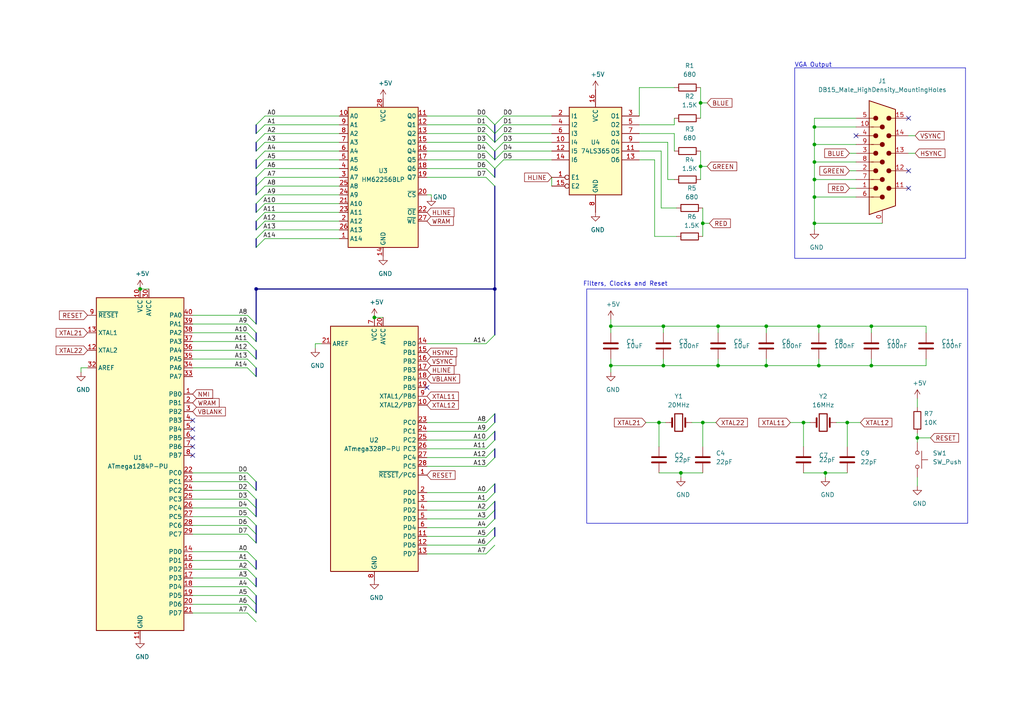
<source format=kicad_sch>
(kicad_sch (version 20200714) (host eeschema "(5.99.0-2358-g6d8fb94d8)")
  (page 1 1)
  (paper "A4")
  (lib_symbols
    (symbol "74xx:74LS365"
      (property "Reference" "U" (at -7.62 13.97 0))
      (property "Value" "74LS365" (at -7.62 -13.97 0))
      (symbol "74LS365_1_1"
        (rectangle (start -7.62 12.7) (end 7.62 -12.7) (stroke (width 0.254)) (fill (type background)))
      )
      (symbol "74LS365_1_0"
        (pin input inverted (at -12.7 -7.62 0) (length 5.08) (name "E1") (number "1"))
        (pin input line (at -12.7 2.54 0) (length 5.08) (name "I4") (number "10"))
        (pin tri_state line (at 12.7 0 180) (length 5.08) (name "O5") (number "11"))
        (pin input line (at -12.7 0 0) (length 5.08) (name "I5") (number "12"))
        (pin tri_state line (at 12.7 -2.54 180) (length 5.08) (name "O6") (number "13"))
        (pin input line (at -12.7 -2.54 0) (length 5.08) (name "I6") (number "14"))
        (pin input inverted (at -12.7 -10.16 0) (length 5.08) (name "E2") (number "15"))
        (pin power_in line (at 0 17.78 270) (length 5.08) (name "VCC") (number "16"))
        (pin input line (at -12.7 10.16 0) (length 5.08) (name "I1") (number "2"))
        (pin tri_state line (at 12.7 10.16 180) (length 5.08) (name "O1") (number "3"))
        (pin input line (at -12.7 7.62 0) (length 5.08) (name "I2") (number "4"))
        (pin tri_state line (at 12.7 7.62 180) (length 5.08) (name "O2") (number "5"))
        (pin input line (at -12.7 5.08 0) (length 5.08) (name "I3") (number "6"))
        (pin tri_state line (at 12.7 5.08 180) (length 5.08) (name "O3") (number "7"))
        (pin power_in line (at 0 -17.78 90) (length 5.08) (name "GND") (number "8"))
        (pin tri_state line (at 12.7 2.54 180) (length 5.08) (name "O4") (number "9"))
      )
    )
    (symbol "Connector:DB15_Male_HighDensity_MountingHoles" (pin_names hide)
      (property "Reference" "J" (at 0 21.59 0))
      (property "Value" "DB15_Male_HighDensity_MountingHoles" (at 0 19.05 0))
      (symbol "DB15_Male_HighDensity_MountingHoles_0_1"
        (circle (center -1.905 -7.62) (radius 0.635) (fill (type outline)))
        (circle (center -1.905 -2.54) (radius 0.635) (fill (type outline)))
        (circle (center -1.905 2.54) (radius 0.635) (fill (type outline)))
        (circle (center -1.905 7.62) (radius 0.635) (fill (type outline)))
        (circle (center -1.905 12.7) (radius 0.635) (fill (type outline)))
        (circle (center 0 -10.16) (radius 0.635) (fill (type outline)))
        (circle (center 0 -5.08) (radius 0.635) (fill (type outline)))
        (circle (center 0 0) (radius 0.635) (fill (type outline)))
        (circle (center 0 5.08) (radius 0.635) (fill (type outline)))
        (circle (center 0 10.16) (radius 0.635) (fill (type outline)))
        (circle (center 1.905 -7.62) (radius 0.635) (fill (type outline)))
        (circle (center 1.905 -2.54) (radius 0.635) (fill (type outline)))
        (circle (center 1.905 2.54) (radius 0.635) (fill (type outline)))
        (circle (center 1.905 7.62) (radius 0.635) (fill (type outline)))
        (circle (center 1.905 12.7) (radius 0.635) (fill (type outline)))
        (polyline (pts (xy -3.175 -5.08) (xy -0.635 -5.08)))
        (polyline (pts (xy -0.635 -10.16) (xy -3.175 -10.16)))
        (polyline (pts (xy -0.635 0) (xy -3.175 0)))
        (polyline (pts (xy -0.635 5.08) (xy -3.175 5.08)))
        (polyline (pts (xy -0.635 10.16) (xy -3.175 10.16)))
        (polyline (pts (xy -3.81 17.78) (xy -3.81 -15.24) (xy 3.81 -12.7) (xy 3.81 15.24) (xy -3.81 17.78)) (stroke (width 0.254)) (fill (type background)))
      )
      (symbol "DB15_Male_HighDensity_MountingHoles_1_1"
        (pin passive line (at 0 -17.78 90) (length 3.81) (name "~") (number "0"))
        (pin passive line (at -7.62 -7.62 0) (length 5.08) (name "~") (number "1"))
        (pin passive line (at -7.62 10.16 0) (length 5.08) (name "~") (number "10"))
        (pin passive line (at 7.62 -7.62 180) (length 5.08) (name "~") (number "11"))
        (pin passive line (at 7.62 -2.54 180) (length 5.08) (name "~") (number "12"))
        (pin passive line (at 7.62 2.54 180) (length 5.08) (name "~") (number "13"))
        (pin passive line (at 7.62 7.62 180) (length 5.08) (name "~") (number "14"))
        (pin passive line (at 7.62 12.7 180) (length 5.08) (name "~") (number "15"))
        (pin passive line (at -7.62 -2.54 0) (length 5.08) (name "~") (number "2"))
        (pin passive line (at -7.62 2.54 0) (length 5.08) (name "~") (number "3"))
        (pin passive line (at -7.62 7.62 0) (length 5.08) (name "~") (number "4"))
        (pin passive line (at -7.62 12.7 0) (length 5.08) (name "~") (number "5"))
        (pin passive line (at -7.62 -10.16 0) (length 5.08) (name "~") (number "6"))
        (pin passive line (at -7.62 -5.08 0) (length 5.08) (name "~") (number "7"))
        (pin passive line (at -7.62 0 0) (length 5.08) (name "~") (number "8"))
        (pin passive line (at -7.62 5.08 0) (length 5.08) (name "~") (number "9"))
      )
    )
    (symbol "Device:C" (pin_numbers hide) (pin_names (offset 0.254))
      (property "Reference" "C" (at 0.635 2.54 0))
      (property "Value" "C" (at 0.635 -2.54 0))
      (symbol "C_0_1"
        (polyline (pts (xy -2.032 -0.762) (xy 2.032 -0.762)) (stroke (width 0.508)))
        (polyline (pts (xy -2.032 0.762) (xy 2.032 0.762)) (stroke (width 0.508)))
      )
      (symbol "C_1_1"
        (pin passive line (at 0 3.81 270) (length 2.794) (name "~") (number "1"))
        (pin passive line (at 0 -3.81 90) (length 2.794) (name "~") (number "2"))
      )
    )
    (symbol "Device:Crystal" (pin_numbers hide) (pin_names hide)
      (property "Reference" "Y" (at 0 3.81 0))
      (property "Value" "Crystal" (at 0 -3.81 0))
      (symbol "Crystal_0_1"
        (rectangle (start -1.143 2.54) (end 1.143 -2.54) (stroke (width 0.3048)))
        (polyline (pts (xy -2.54 0) (xy -1.905 0)))
        (polyline (pts (xy -1.905 -1.27) (xy -1.905 1.27)) (stroke (width 0.508)))
        (polyline (pts (xy 1.905 -1.27) (xy 1.905 1.27)) (stroke (width 0.508)))
        (polyline (pts (xy 2.54 0) (xy 1.905 0)))
      )
      (symbol "Crystal_1_1"
        (pin passive line (at -3.81 0 0) (length 1.27) (name "1") (number "1"))
        (pin passive line (at 3.81 0 180) (length 1.27) (name "2") (number "2"))
      )
    )
    (symbol "Device:R" (pin_numbers hide) (pin_names (offset 0))
      (property "Reference" "R" (at 2.032 0 90))
      (property "Value" "R" (at 0 0 90))
      (symbol "R_0_1"
        (rectangle (start -1.016 -2.54) (end 1.016 2.54) (stroke (width 0.254)))
      )
      (symbol "R_1_1"
        (pin passive line (at 0 3.81 270) (length 1.27) (name "~") (number "1"))
        (pin passive line (at 0 -3.81 90) (length 1.27) (name "~") (number "2"))
      )
    )
    (symbol "MCU_Microchip_ATmega:ATmega1284P-PU" (pin_names (offset 0.508))
      (property "Reference" "U" (at -12.7 49.53 0))
      (property "Value" "ATmega1284P-PU" (at 2.54 -49.53 0))
      (symbol "ATmega1284P-PU_0_1"
        (rectangle (start -12.7 -48.26) (end 12.7 48.26) (stroke (width 0.254)) (fill (type background)))
      )
      (symbol "ATmega1284P-PU_1_1"
        (pin bidirectional line (at 15.24 20.32 180) (length 2.54) (name "PB0") (number "1"))
        (pin power_in line (at 0 50.8 270) (length 2.54) (name "VCC") (number "10"))
        (pin power_in line (at 0 -50.8 90) (length 2.54) (name "GND") (number "11"))
        (pin output line (at -15.24 33.02 0) (length 2.54) (name "XTAL2") (number "12"))
        (pin input line (at -15.24 38.1 0) (length 2.54) (name "XTAL1") (number "13"))
        (pin bidirectional line (at 15.24 -25.4 180) (length 2.54) (name "PD0") (number "14"))
        (pin bidirectional line (at 15.24 -27.94 180) (length 2.54) (name "PD1") (number "15"))
        (pin bidirectional line (at 15.24 -30.48 180) (length 2.54) (name "PD2") (number "16"))
        (pin bidirectional line (at 15.24 -33.02 180) (length 2.54) (name "PD3") (number "17"))
        (pin bidirectional line (at 15.24 -35.56 180) (length 2.54) (name "PD4") (number "18"))
        (pin bidirectional line (at 15.24 -38.1 180) (length 2.54) (name "PD5") (number "19"))
        (pin bidirectional line (at 15.24 17.78 180) (length 2.54) (name "PB1") (number "2"))
        (pin bidirectional line (at 15.24 -40.64 180) (length 2.54) (name "PD6") (number "20"))
        (pin bidirectional line (at 15.24 -43.18 180) (length 2.54) (name "PD7") (number "21"))
        (pin bidirectional line (at 15.24 -2.54 180) (length 2.54) (name "PC0") (number "22"))
        (pin bidirectional line (at 15.24 -5.08 180) (length 2.54) (name "PC1") (number "23"))
        (pin bidirectional line (at 15.24 -7.62 180) (length 2.54) (name "PC2") (number "24"))
        (pin bidirectional line (at 15.24 -10.16 180) (length 2.54) (name "PC3") (number "25"))
        (pin bidirectional line (at 15.24 -12.7 180) (length 2.54) (name "PC4") (number "26"))
        (pin bidirectional line (at 15.24 -15.24 180) (length 2.54) (name "PC5") (number "27"))
        (pin bidirectional line (at 15.24 -17.78 180) (length 2.54) (name "PC6") (number "28"))
        (pin bidirectional line (at 15.24 -20.32 180) (length 2.54) (name "PC7") (number "29"))
        (pin bidirectional line (at 15.24 15.24 180) (length 2.54) (name "PB2") (number "3"))
        (pin power_in line (at 2.54 50.8 270) (length 2.54) (name "AVCC") (number "30"))
        (pin passive line (at 0 -50.8 90) (length 2.54) hide (name "GND") (number "31"))
        (pin passive line (at -15.24 27.94 0) (length 2.54) (name "AREF") (number "32"))
        (pin bidirectional line (at 15.24 25.4 180) (length 2.54) (name "PA7") (number "33"))
        (pin bidirectional line (at 15.24 27.94 180) (length 2.54) (name "PA6") (number "34"))
        (pin bidirectional line (at 15.24 30.48 180) (length 2.54) (name "PA5") (number "35"))
        (pin bidirectional line (at 15.24 33.02 180) (length 2.54) (name "PA4") (number "36"))
        (pin bidirectional line (at 15.24 35.56 180) (length 2.54) (name "PA3") (number "37"))
        (pin bidirectional line (at 15.24 38.1 180) (length 2.54) (name "PA2") (number "38"))
        (pin bidirectional line (at 15.24 40.64 180) (length 2.54) (name "PA1") (number "39"))
        (pin bidirectional line (at 15.24 12.7 180) (length 2.54) (name "PB3") (number "4"))
        (pin bidirectional line (at 15.24 43.18 180) (length 2.54) (name "PA0") (number "40"))
        (pin bidirectional line (at 15.24 10.16 180) (length 2.54) (name "PB4") (number "5"))
        (pin bidirectional line (at 15.24 7.62 180) (length 2.54) (name "PB5") (number "6"))
        (pin bidirectional line (at 15.24 5.08 180) (length 2.54) (name "PB6") (number "7"))
        (pin bidirectional line (at 15.24 2.54 180) (length 2.54) (name "PB7") (number "8"))
        (pin input line (at -15.24 43.18 0) (length 2.54) (name "~RESET") (number "9"))
      )
    )
    (symbol "MCU_Microchip_ATmega:ATmega328P-PU" (pin_names (offset 0.508))
      (property "Reference" "U" (at -12.7 36.83 0))
      (property "Value" "ATmega328P-PU" (at 2.54 -36.83 0))
      (symbol "ATmega328P-PU_0_1"
        (rectangle (start -12.7 -35.56) (end 12.7 35.56) (stroke (width 0.254)) (fill (type background)))
      )
      (symbol "ATmega328P-PU_1_1"
        (pin bidirectional line (at 15.24 -7.62 180) (length 2.54) (name "~RESET~/PC6") (number "1"))
        (pin bidirectional line (at 15.24 12.7 180) (length 2.54) (name "XTAL2/PB7") (number "10"))
        (pin bidirectional line (at 15.24 -25.4 180) (length 2.54) (name "PD5") (number "11"))
        (pin bidirectional line (at 15.24 -27.94 180) (length 2.54) (name "PD6") (number "12"))
        (pin bidirectional line (at 15.24 -30.48 180) (length 2.54) (name "PD7") (number "13"))
        (pin bidirectional line (at 15.24 30.48 180) (length 2.54) (name "PB0") (number "14"))
        (pin bidirectional line (at 15.24 27.94 180) (length 2.54) (name "PB1") (number "15"))
        (pin bidirectional line (at 15.24 25.4 180) (length 2.54) (name "PB2") (number "16"))
        (pin bidirectional line (at 15.24 22.86 180) (length 2.54) (name "PB3") (number "17"))
        (pin bidirectional line (at 15.24 20.32 180) (length 2.54) (name "PB4") (number "18"))
        (pin bidirectional line (at 15.24 17.78 180) (length 2.54) (name "PB5") (number "19"))
        (pin bidirectional line (at 15.24 -12.7 180) (length 2.54) (name "PD0") (number "2"))
        (pin power_in line (at 2.54 38.1 270) (length 2.54) (name "AVCC") (number "20"))
        (pin passive line (at -15.24 30.48 0) (length 2.54) (name "AREF") (number "21"))
        (pin passive line (at 0 -38.1 90) (length 2.54) hide (name "GND") (number "22"))
        (pin bidirectional line (at 15.24 7.62 180) (length 2.54) (name "PC0") (number "23"))
        (pin bidirectional line (at 15.24 5.08 180) (length 2.54) (name "PC1") (number "24"))
        (pin bidirectional line (at 15.24 2.54 180) (length 2.54) (name "PC2") (number "25"))
        (pin bidirectional line (at 15.24 0 180) (length 2.54) (name "PC3") (number "26"))
        (pin bidirectional line (at 15.24 -2.54 180) (length 2.54) (name "PC4") (number "27"))
        (pin bidirectional line (at 15.24 -5.08 180) (length 2.54) (name "PC5") (number "28"))
        (pin bidirectional line (at 15.24 -15.24 180) (length 2.54) (name "PD1") (number "3"))
        (pin bidirectional line (at 15.24 -17.78 180) (length 2.54) (name "PD2") (number "4"))
        (pin bidirectional line (at 15.24 -20.32 180) (length 2.54) (name "PD3") (number "5"))
        (pin bidirectional line (at 15.24 -22.86 180) (length 2.54) (name "PD4") (number "6"))
        (pin power_in line (at 0 38.1 270) (length 2.54) (name "VCC") (number "7"))
        (pin power_in line (at 0 -38.1 90) (length 2.54) (name "GND") (number "8"))
        (pin bidirectional line (at 15.24 15.24 180) (length 2.54) (name "XTAL1/PB6") (number "9"))
      )
    )
    (symbol "Memory_RAM:HM62256BLP" (pin_names (offset 0.508))
      (property "Reference" "U" (at -10.16 20.955 0))
      (property "Value" "HM62256BLP" (at 2.54 20.955 0))
      (symbol "HM62256BLP_0_1"
        (rectangle (start -10.16 20.32) (end 10.16 -20.32) (stroke (width 0.254)) (fill (type background)))
      )
      (symbol "HM62256BLP_0_0"
        (pin power_in line (at 0 -22.86 90) (length 2.54) (name "GND") (number "14"))
        (pin power_in line (at 0 22.86 270) (length 2.54) (name "VCC") (number "28"))
      )
      (symbol "HM62256BLP_1_1"
        (pin input line (at -12.7 -17.78 0) (length 2.54) (name "A14") (number "1"))
        (pin input line (at -12.7 17.78 0) (length 2.54) (name "A0") (number "10"))
        (pin tri_state line (at 12.7 17.78 180) (length 2.54) (name "Q0") (number "11"))
        (pin tri_state line (at 12.7 15.24 180) (length 2.54) (name "Q1") (number "12"))
        (pin tri_state line (at 12.7 12.7 180) (length 2.54) (name "Q2") (number "13"))
        (pin tri_state line (at 12.7 10.16 180) (length 2.54) (name "Q3") (number "15"))
        (pin tri_state line (at 12.7 7.62 180) (length 2.54) (name "Q4") (number "16"))
        (pin tri_state line (at 12.7 5.08 180) (length 2.54) (name "Q5") (number "17"))
        (pin tri_state line (at 12.7 2.54 180) (length 2.54) (name "Q6") (number "18"))
        (pin tri_state line (at 12.7 0 180) (length 2.54) (name "Q7") (number "19"))
        (pin input line (at -12.7 -12.7 0) (length 2.54) (name "A12") (number "2"))
        (pin input line (at 12.7 -5.08 180) (length 2.54) (name "~CS") (number "20"))
        (pin input line (at -12.7 -7.62 0) (length 2.54) (name "A10") (number "21"))
        (pin input line (at 12.7 -10.16 180) (length 2.54) (name "~OE") (number "22"))
        (pin input line (at -12.7 -10.16 0) (length 2.54) (name "A11") (number "23"))
        (pin input line (at -12.7 -5.08 0) (length 2.54) (name "A9") (number "24"))
        (pin input line (at -12.7 -2.54 0) (length 2.54) (name "A8") (number "25"))
        (pin input line (at -12.7 -15.24 0) (length 2.54) (name "A13") (number "26"))
        (pin input line (at 12.7 -12.7 180) (length 2.54) (name "~WE") (number "27"))
        (pin input line (at -12.7 0 0) (length 2.54) (name "A7") (number "3"))
        (pin input line (at -12.7 2.54 0) (length 2.54) (name "A6") (number "4"))
        (pin input line (at -12.7 5.08 0) (length 2.54) (name "A5") (number "5"))
        (pin input line (at -12.7 7.62 0) (length 2.54) (name "A4") (number "6"))
        (pin input line (at -12.7 10.16 0) (length 2.54) (name "A3") (number "7"))
        (pin input line (at -12.7 12.7 0) (length 2.54) (name "A2") (number "8"))
        (pin input line (at -12.7 15.24 0) (length 2.54) (name "A1") (number "9"))
      )
    )
    (symbol "Switch:SW_Push" (pin_numbers hide) (pin_names hide)
      (property "Reference" "SW" (at 1.27 2.54 0))
      (property "Value" "SW_Push" (at 0 -1.524 0))
      (symbol "SW_Push_0_1"
        (circle (center -2.032 0) (radius 0.508))
        (circle (center 2.032 0) (radius 0.508))
        (polyline (pts (xy 0 1.27) (xy 0 3.048)))
        (polyline (pts (xy 2.54 1.27) (xy -2.54 1.27)))
        (pin passive line (at -5.08 0 0) (length 2.54) (name "1") (number "1"))
        (pin passive line (at 5.08 0 180) (length 2.54) (name "2") (number "2"))
      )
    )
    (symbol "power:+5V" (power) (pin_names (offset 0))
      (property "Value" "+5V" (at 0 3.556 0))
      (symbol "+5V_0_1"
        (polyline (pts (xy -0.762 1.27) (xy 0 2.54)))
        (polyline (pts (xy 0 0) (xy 0 2.54)))
        (polyline (pts (xy 0 2.54) (xy 0.762 1.27)))
      )
      (symbol "+5V_1_1"
        (pin power_in line (at 0 0 90) (length 0) hide (name "+5V") (number "1"))
      )
    )
    (symbol "power:GND" (power) (pin_names (offset 0))
      (property "Value" "GND" (at 0 -3.81 0))
      (symbol "GND_0_1"
        (polyline (pts (xy 0 0) (xy 0 -1.27) (xy 1.27 -1.27) (xy 0 -2.54) (xy -1.27 -1.27) (xy 0 -1.27)))
      )
      (symbol "GND_1_1"
        (pin power_in line (at 0 0 270) (length 0) hide (name "GND") (number "1"))
      )
    )
  )
  (junction (at 40.64 83.82))
  (junction (at 108.585 92.075))
  (junction (at 177.165 94.615))
  (junction (at 177.165 106.045))
  (junction (at 191.135 122.555))
  (junction (at 192.405 94.615))
  (junction (at 192.405 106.045))
  (junction (at 197.485 137.16))
  (junction (at 203.2 29.845))
  (junction (at 203.2 48.26))
  (junction (at 203.835 64.77))
  (junction (at 203.835 122.555))
  (junction (at 208.28 94.615))
  (junction (at 208.28 106.045))
  (junction (at 222.25 94.615))
  (junction (at 222.25 106.045))
  (junction (at 233.045 122.555))
  (junction (at 236.22 36.83))
  (junction (at 236.22 41.91))
  (junction (at 236.22 46.99))
  (junction (at 236.22 52.07))
  (junction (at 236.22 57.15))
  (junction (at 236.22 64.77))
  (junction (at 237.49 94.615))
  (junction (at 237.49 106.045))
  (junction (at 239.395 137.16))
  (junction (at 245.745 122.555))
  (junction (at 252.73 94.615))
  (junction (at 252.73 106.045))
  (junction (at 266.065 127))
  (junction (at 74.295 83.82))
  (junction (at 143.51 83.82))
  (no_connect (at 55.88 132.08))
  (no_connect (at 55.88 121.92))
  (no_connect (at 55.88 124.46))
  (no_connect (at 55.88 127))
  (no_connect (at 55.88 129.54))
  (no_connect (at 123.825 112.395))
  (no_connect (at 248.285 39.37))
  (no_connect (at 263.525 34.29))
  (no_connect (at 263.525 49.53))
  (no_connect (at 263.525 54.61))
  (bus_entry (at 71.755 91.44) (size 2.54 2.54) (stroke (width 0.1524)))
  (bus_entry (at 71.755 93.98) (size 2.54 2.54) (stroke (width 0.1524)))
  (bus_entry (at 71.755 96.52) (size 2.54 2.54) (stroke (width 0.1524)))
  (bus_entry (at 71.755 99.06) (size 2.54 2.54) (stroke (width 0.1524)))
  (bus_entry (at 71.755 101.6) (size 2.54 2.54) (stroke (width 0.1524)))
  (bus_entry (at 71.755 104.14) (size 2.54 2.54) (stroke (width 0.1524)))
  (bus_entry (at 71.755 106.68) (size 2.54 2.54) (stroke (width 0.1524)))
  (bus_entry (at 71.755 137.16) (size 2.54 2.54) (stroke (width 0.1524)))
  (bus_entry (at 71.755 139.7) (size 2.54 2.54) (stroke (width 0.1524)))
  (bus_entry (at 71.755 142.24) (size 2.54 2.54) (stroke (width 0.1524)))
  (bus_entry (at 71.755 144.78) (size 2.54 2.54) (stroke (width 0.1524)))
  (bus_entry (at 71.755 147.32) (size 2.54 2.54) (stroke (width 0.1524)))
  (bus_entry (at 71.755 149.86) (size 2.54 2.54) (stroke (width 0.1524)))
  (bus_entry (at 71.755 152.4) (size 2.54 2.54) (stroke (width 0.1524)))
  (bus_entry (at 71.755 154.94) (size 2.54 2.54) (stroke (width 0.1524)))
  (bus_entry (at 71.755 160.02) (size 2.54 2.54) (stroke (width 0.1524)))
  (bus_entry (at 71.755 162.56) (size 2.54 2.54) (stroke (width 0.1524)))
  (bus_entry (at 71.755 165.1) (size 2.54 2.54) (stroke (width 0.1524)))
  (bus_entry (at 71.755 167.64) (size 2.54 2.54) (stroke (width 0.1524)))
  (bus_entry (at 71.755 170.18) (size 2.54 2.54) (stroke (width 0.1524)))
  (bus_entry (at 71.755 172.72) (size 2.54 2.54) (stroke (width 0.1524)))
  (bus_entry (at 71.755 175.26) (size 2.54 2.54) (stroke (width 0.1524)))
  (bus_entry (at 71.755 177.8) (size 2.54 2.54) (stroke (width 0.1524)))
  (bus_entry (at 74.295 36.195) (size 2.54 -2.54) (stroke (width 0.1524)))
  (bus_entry (at 74.295 38.735) (size 2.54 -2.54) (stroke (width 0.1524)))
  (bus_entry (at 74.295 41.275) (size 2.54 -2.54) (stroke (width 0.1524)))
  (bus_entry (at 74.295 43.815) (size 2.54 -2.54) (stroke (width 0.1524)))
  (bus_entry (at 74.295 46.355) (size 2.54 -2.54) (stroke (width 0.1524)))
  (bus_entry (at 74.295 48.895) (size 2.54 -2.54) (stroke (width 0.1524)))
  (bus_entry (at 74.295 51.435) (size 2.54 -2.54) (stroke (width 0.1524)))
  (bus_entry (at 74.295 53.975) (size 2.54 -2.54) (stroke (width 0.1524)))
  (bus_entry (at 74.295 56.515) (size 2.54 -2.54) (stroke (width 0.1524)))
  (bus_entry (at 74.295 59.055) (size 2.54 -2.54) (stroke (width 0.1524)))
  (bus_entry (at 74.295 61.595) (size 2.54 -2.54) (stroke (width 0.1524)))
  (bus_entry (at 74.295 64.135) (size 2.54 -2.54) (stroke (width 0.1524)))
  (bus_entry (at 74.295 66.675) (size 2.54 -2.54) (stroke (width 0.1524)))
  (bus_entry (at 74.295 69.215) (size 2.54 -2.54) (stroke (width 0.1524)))
  (bus_entry (at 74.295 71.755) (size 2.54 -2.54) (stroke (width 0.1524)))
  (bus_entry (at 140.97 33.655) (size 2.54 2.54) (stroke (width 0.1524)))
  (bus_entry (at 140.97 36.195) (size 2.54 2.54) (stroke (width 0.1524)))
  (bus_entry (at 140.97 38.735) (size 2.54 2.54) (stroke (width 0.1524)))
  (bus_entry (at 140.97 41.275) (size 2.54 2.54) (stroke (width 0.1524)))
  (bus_entry (at 140.97 43.815) (size 2.54 2.54) (stroke (width 0.1524)))
  (bus_entry (at 140.97 46.355) (size 2.54 2.54) (stroke (width 0.1524)))
  (bus_entry (at 140.97 48.895) (size 2.54 2.54) (stroke (width 0.1524)))
  (bus_entry (at 140.97 51.435) (size 2.54 2.54) (stroke (width 0.1524)))
  (bus_entry (at 140.97 99.695) (size 2.54 -2.54) (stroke (width 0.1524)))
  (bus_entry (at 140.97 122.555) (size 2.54 -2.54) (stroke (width 0.1524)))
  (bus_entry (at 140.97 125.095) (size 2.54 -2.54) (stroke (width 0.1524)))
  (bus_entry (at 140.97 127.635) (size 2.54 -2.54) (stroke (width 0.1524)))
  (bus_entry (at 140.97 130.175) (size 2.54 -2.54) (stroke (width 0.1524)))
  (bus_entry (at 140.97 132.715) (size 2.54 -2.54) (stroke (width 0.1524)))
  (bus_entry (at 140.97 135.255) (size 2.54 -2.54) (stroke (width 0.1524)))
  (bus_entry (at 140.97 142.875) (size 2.54 -2.54) (stroke (width 0.1524)))
  (bus_entry (at 140.97 145.415) (size 2.54 -2.54) (stroke (width 0.1524)))
  (bus_entry (at 140.97 147.955) (size 2.54 -2.54) (stroke (width 0.1524)))
  (bus_entry (at 140.97 150.495) (size 2.54 -2.54) (stroke (width 0.1524)))
  (bus_entry (at 140.97 153.035) (size 2.54 -2.54) (stroke (width 0.1524)))
  (bus_entry (at 140.97 155.575) (size 2.54 -2.54) (stroke (width 0.1524)))
  (bus_entry (at 140.97 158.115) (size 2.54 -2.54) (stroke (width 0.1524)))
  (bus_entry (at 140.97 160.655) (size 2.54 -2.54) (stroke (width 0.1524)))
  (bus_entry (at 143.51 36.195) (size 2.54 -2.54) (stroke (width 0.1524)))
  (bus_entry (at 143.51 38.735) (size 2.54 -2.54) (stroke (width 0.1524)))
  (bus_entry (at 143.51 41.275) (size 2.54 -2.54) (stroke (width 0.1524)))
  (bus_entry (at 143.51 43.815) (size 2.54 -2.54) (stroke (width 0.1524)))
  (bus_entry (at 143.51 46.355) (size 2.54 -2.54) (stroke (width 0.1524)))
  (bus_entry (at 143.51 48.895) (size 2.54 -2.54) (stroke (width 0.1524)))
  (wire (pts (xy 23.495 106.68) (xy 23.495 107.95)))
  (wire (pts (xy 25.4 106.68) (xy 23.495 106.68)))
  (wire (pts (xy 40.64 83.82) (xy 43.18 83.82)))
  (wire (pts (xy 55.88 91.44) (xy 71.755 91.44)))
  (wire (pts (xy 55.88 93.98) (xy 71.755 93.98)))
  (wire (pts (xy 55.88 96.52) (xy 71.755 96.52)))
  (wire (pts (xy 55.88 99.06) (xy 71.755 99.06)))
  (wire (pts (xy 55.88 101.6) (xy 71.755 101.6)))
  (wire (pts (xy 55.88 104.14) (xy 71.755 104.14)))
  (wire (pts (xy 55.88 106.68) (xy 71.755 106.68)))
  (wire (pts (xy 55.88 137.16) (xy 71.755 137.16)))
  (wire (pts (xy 55.88 139.7) (xy 71.755 139.7)))
  (wire (pts (xy 55.88 142.24) (xy 71.755 142.24)))
  (wire (pts (xy 55.88 144.78) (xy 71.755 144.78)))
  (wire (pts (xy 55.88 147.32) (xy 71.755 147.32)))
  (wire (pts (xy 55.88 149.86) (xy 71.755 149.86)))
  (wire (pts (xy 55.88 152.4) (xy 71.755 152.4)))
  (wire (pts (xy 55.88 154.94) (xy 71.755 154.94)))
  (wire (pts (xy 55.88 160.02) (xy 71.755 160.02)))
  (wire (pts (xy 55.88 162.56) (xy 71.755 162.56)))
  (wire (pts (xy 55.88 165.1) (xy 71.755 165.1)))
  (wire (pts (xy 55.88 167.64) (xy 71.755 167.64)))
  (wire (pts (xy 55.88 170.18) (xy 71.755 170.18)))
  (wire (pts (xy 55.88 172.72) (xy 71.755 172.72)))
  (wire (pts (xy 55.88 175.26) (xy 71.755 175.26)))
  (wire (pts (xy 55.88 177.8) (xy 71.755 177.8)))
  (wire (pts (xy 76.835 33.655) (xy 98.425 33.655)))
  (wire (pts (xy 76.835 36.195) (xy 98.425 36.195)))
  (wire (pts (xy 76.835 38.735) (xy 98.425 38.735)))
  (wire (pts (xy 76.835 41.275) (xy 98.425 41.275)))
  (wire (pts (xy 76.835 43.815) (xy 98.425 43.815)))
  (wire (pts (xy 76.835 46.355) (xy 98.425 46.355)))
  (wire (pts (xy 76.835 48.895) (xy 98.425 48.895)))
  (wire (pts (xy 76.835 51.435) (xy 98.425 51.435)))
  (wire (pts (xy 76.835 53.975) (xy 98.425 53.975)))
  (wire (pts (xy 76.835 56.515) (xy 98.425 56.515)))
  (wire (pts (xy 76.835 59.055) (xy 98.425 59.055)))
  (wire (pts (xy 76.835 61.595) (xy 98.425 61.595)))
  (wire (pts (xy 76.835 64.135) (xy 98.425 64.135)))
  (wire (pts (xy 76.835 66.675) (xy 98.425 66.675)))
  (wire (pts (xy 76.835 69.215) (xy 98.425 69.215)))
  (wire (pts (xy 91.44 99.695) (xy 91.44 100.965)))
  (wire (pts (xy 93.345 99.695) (xy 91.44 99.695)))
  (wire (pts (xy 108.585 92.075) (xy 111.125 92.075)))
  (wire (pts (xy 123.825 33.655) (xy 140.97 33.655)))
  (wire (pts (xy 123.825 36.195) (xy 140.97 36.195)))
  (wire (pts (xy 123.825 38.735) (xy 140.97 38.735)))
  (wire (pts (xy 123.825 41.275) (xy 140.97 41.275)))
  (wire (pts (xy 123.825 43.815) (xy 140.97 43.815)))
  (wire (pts (xy 123.825 46.355) (xy 140.97 46.355)))
  (wire (pts (xy 123.825 48.895) (xy 140.97 48.895)))
  (wire (pts (xy 123.825 51.435) (xy 140.97 51.435)))
  (wire (pts (xy 123.825 56.515) (xy 125.095 56.515)))
  (wire (pts (xy 123.825 99.695) (xy 140.97 99.695)))
  (wire (pts (xy 123.825 122.555) (xy 140.97 122.555)))
  (wire (pts (xy 123.825 125.095) (xy 140.97 125.095)))
  (wire (pts (xy 123.825 127.635) (xy 140.97 127.635)))
  (wire (pts (xy 123.825 130.175) (xy 140.97 130.175)))
  (wire (pts (xy 123.825 132.715) (xy 140.97 132.715)))
  (wire (pts (xy 123.825 135.255) (xy 140.97 135.255)))
  (wire (pts (xy 123.825 142.875) (xy 140.97 142.875)))
  (wire (pts (xy 123.825 145.415) (xy 140.97 145.415)))
  (wire (pts (xy 123.825 147.955) (xy 140.97 147.955)))
  (wire (pts (xy 123.825 150.495) (xy 140.97 150.495)))
  (wire (pts (xy 123.825 153.035) (xy 140.97 153.035)))
  (wire (pts (xy 123.825 155.575) (xy 140.97 155.575)))
  (wire (pts (xy 123.825 158.115) (xy 140.97 158.115)))
  (wire (pts (xy 123.825 160.655) (xy 140.97 160.655)))
  (wire (pts (xy 125.095 56.515) (xy 125.095 57.15)))
  (wire (pts (xy 146.05 33.655) (xy 160.02 33.655)))
  (wire (pts (xy 146.05 36.195) (xy 160.02 36.195)))
  (wire (pts (xy 146.05 38.735) (xy 160.02 38.735)))
  (wire (pts (xy 146.05 41.275) (xy 160.02 41.275)))
  (wire (pts (xy 146.05 43.815) (xy 160.02 43.815)))
  (wire (pts (xy 146.05 46.355) (xy 160.02 46.355)))
  (wire (pts (xy 160.02 51.435) (xy 160.02 53.975)))
  (wire (pts (xy 177.165 92.71) (xy 177.165 94.615)))
  (wire (pts (xy 177.165 94.615) (xy 192.405 94.615)))
  (wire (pts (xy 177.165 96.52) (xy 177.165 94.615)))
  (wire (pts (xy 177.165 104.14) (xy 177.165 106.045)))
  (wire (pts (xy 177.165 106.045) (xy 177.165 107.95)))
  (wire (pts (xy 177.165 106.045) (xy 192.405 106.045)))
  (wire (pts (xy 185.42 25.4) (xy 195.58 25.4)))
  (wire (pts (xy 185.42 33.655) (xy 185.42 25.4)))
  (wire (pts (xy 185.42 36.195) (xy 195.58 36.195)))
  (wire (pts (xy 185.42 38.735) (xy 195.58 38.735)))
  (wire (pts (xy 185.42 41.275) (xy 193.675 41.275)))
  (wire (pts (xy 185.42 43.815) (xy 191.77 43.815)))
  (wire (pts (xy 185.42 46.355) (xy 189.865 46.355)))
  (wire (pts (xy 187.325 122.555) (xy 191.135 122.555)))
  (wire (pts (xy 189.865 46.355) (xy 189.865 68.58)))
  (wire (pts (xy 189.865 68.58) (xy 196.215 68.58)))
  (wire (pts (xy 191.135 122.555) (xy 191.135 129.54)))
  (wire (pts (xy 191.135 122.555) (xy 193.04 122.555)))
  (wire (pts (xy 191.135 137.16) (xy 197.485 137.16)))
  (wire (pts (xy 191.77 43.815) (xy 191.77 60.325)))
  (wire (pts (xy 191.77 60.325) (xy 196.215 60.325)))
  (wire (pts (xy 192.405 94.615) (xy 192.405 96.52)))
  (wire (pts (xy 192.405 94.615) (xy 208.28 94.615)))
  (wire (pts (xy 192.405 106.045) (xy 192.405 104.14)))
  (wire (pts (xy 192.405 106.045) (xy 208.28 106.045)))
  (wire (pts (xy 193.675 41.275) (xy 193.675 52.07)))
  (wire (pts (xy 193.675 52.07) (xy 195.58 52.07)))
  (wire (pts (xy 195.58 36.195) (xy 195.58 34.29)))
  (wire (pts (xy 195.58 38.735) (xy 195.58 43.815)))
  (wire (pts (xy 197.485 137.16) (xy 197.485 138.43)))
  (wire (pts (xy 197.485 137.16) (xy 203.835 137.16)))
  (wire (pts (xy 200.66 122.555) (xy 203.835 122.555)))
  (wire (pts (xy 203.2 25.4) (xy 203.2 29.845)))
  (wire (pts (xy 203.2 29.845) (xy 203.2 34.29)))
  (wire (pts (xy 203.2 29.845) (xy 205.105 29.845)))
  (wire (pts (xy 203.2 43.815) (xy 203.2 48.26)))
  (wire (pts (xy 203.2 48.26) (xy 203.2 52.07)))
  (wire (pts (xy 203.2 48.26) (xy 205.105 48.26)))
  (wire (pts (xy 203.835 60.325) (xy 203.835 64.77)))
  (wire (pts (xy 203.835 64.77) (xy 203.835 68.58)))
  (wire (pts (xy 203.835 64.77) (xy 205.74 64.77)))
  (wire (pts (xy 203.835 122.555) (xy 203.835 129.54)))
  (wire (pts (xy 203.835 122.555) (xy 207.645 122.555)))
  (wire (pts (xy 208.28 94.615) (xy 208.28 96.52)))
  (wire (pts (xy 208.28 94.615) (xy 222.25 94.615)))
  (wire (pts (xy 208.28 106.045) (xy 208.28 104.14)))
  (wire (pts (xy 208.28 106.045) (xy 222.25 106.045)))
  (wire (pts (xy 222.25 94.615) (xy 222.25 96.52)))
  (wire (pts (xy 222.25 94.615) (xy 237.49 94.615)))
  (wire (pts (xy 222.25 104.14) (xy 222.25 106.045)))
  (wire (pts (xy 222.25 106.045) (xy 237.49 106.045)))
  (wire (pts (xy 229.235 122.555) (xy 233.045 122.555)))
  (wire (pts (xy 233.045 122.555) (xy 233.045 129.54)))
  (wire (pts (xy 233.045 122.555) (xy 234.95 122.555)))
  (wire (pts (xy 233.045 137.16) (xy 239.395 137.16)))
  (wire (pts (xy 236.22 34.29) (xy 236.22 36.83)))
  (wire (pts (xy 236.22 34.29) (xy 248.285 34.29)))
  (wire (pts (xy 236.22 36.83) (xy 236.22 41.91)))
  (wire (pts (xy 236.22 36.83) (xy 248.285 36.83)))
  (wire (pts (xy 236.22 41.91) (xy 236.22 46.99)))
  (wire (pts (xy 236.22 41.91) (xy 248.285 41.91)))
  (wire (pts (xy 236.22 46.99) (xy 236.22 52.07)))
  (wire (pts (xy 236.22 46.99) (xy 248.285 46.99)))
  (wire (pts (xy 236.22 52.07) (xy 236.22 57.15)))
  (wire (pts (xy 236.22 52.07) (xy 248.285 52.07)))
  (wire (pts (xy 236.22 57.15) (xy 236.22 64.77)))
  (wire (pts (xy 236.22 57.15) (xy 248.285 57.15)))
  (wire (pts (xy 236.22 64.77) (xy 236.22 66.675)))
  (wire (pts (xy 236.22 64.77) (xy 255.905 64.77)))
  (wire (pts (xy 237.49 94.615) (xy 237.49 96.52)))
  (wire (pts (xy 237.49 94.615) (xy 252.73 94.615)))
  (wire (pts (xy 237.49 106.045) (xy 237.49 104.14)))
  (wire (pts (xy 237.49 106.045) (xy 252.73 106.045)))
  (wire (pts (xy 239.395 137.16) (xy 239.395 138.43)))
  (wire (pts (xy 239.395 137.16) (xy 245.745 137.16)))
  (wire (pts (xy 242.57 122.555) (xy 245.745 122.555)))
  (wire (pts (xy 245.745 122.555) (xy 245.745 129.54)))
  (wire (pts (xy 245.745 122.555) (xy 249.555 122.555)))
  (wire (pts (xy 246.38 44.45) (xy 248.285 44.45)))
  (wire (pts (xy 246.38 49.53) (xy 248.285 49.53)))
  (wire (pts (xy 246.38 54.61) (xy 248.285 54.61)))
  (wire (pts (xy 252.73 94.615) (xy 252.73 96.52)))
  (wire (pts (xy 252.73 94.615) (xy 268.605 94.615)))
  (wire (pts (xy 252.73 106.045) (xy 252.73 104.14)))
  (wire (pts (xy 252.73 106.045) (xy 268.605 106.045)))
  (wire (pts (xy 263.525 39.37) (xy 265.43 39.37)))
  (wire (pts (xy 263.525 44.45) (xy 265.43 44.45)))
  (wire (pts (xy 266.065 115.57) (xy 266.065 118.11)))
  (wire (pts (xy 266.065 125.73) (xy 266.065 127)))
  (wire (pts (xy 266.065 127) (xy 266.065 128.27)))
  (wire (pts (xy 266.065 127) (xy 269.875 127)))
  (wire (pts (xy 266.065 138.43) (xy 266.065 140.97)))
  (wire (pts (xy 268.605 94.615) (xy 268.605 96.52)))
  (wire (pts (xy 268.605 106.045) (xy 268.605 104.14)))
  (bus (pts (xy 74.295 36.195) (xy 74.295 41.275)))
  (bus (pts (xy 74.295 41.275) (xy 74.295 46.355)))
  (bus (pts (xy 74.295 46.355) (xy 74.295 51.435)))
  (bus (pts (xy 74.295 51.435) (xy 74.295 53.975)))
  (bus (pts (xy 74.295 53.975) (xy 74.295 59.055)))
  (bus (pts (xy 74.295 59.055) (xy 74.295 64.135)))
  (bus (pts (xy 74.295 64.135) (xy 74.295 69.215)))
  (bus (pts (xy 74.295 69.215) (xy 74.295 83.82)))
  (bus (pts (xy 74.295 83.82) (xy 74.295 96.52)))
  (bus (pts (xy 74.295 83.82) (xy 143.51 83.82)))
  (bus (pts (xy 74.295 96.52) (xy 74.295 101.6)))
  (bus (pts (xy 74.295 101.6) (xy 74.295 106.68)))
  (bus (pts (xy 74.295 106.68) (xy 74.295 139.7)))
  (bus (pts (xy 74.295 139.7) (xy 74.295 144.78)))
  (bus (pts (xy 74.295 144.78) (xy 74.295 147.32)))
  (bus (pts (xy 74.295 147.32) (xy 74.295 152.4)))
  (bus (pts (xy 74.295 152.4) (xy 74.295 154.94)))
  (bus (pts (xy 74.295 154.94) (xy 74.295 162.56)))
  (bus (pts (xy 74.295 162.56) (xy 74.295 167.64)))
  (bus (pts (xy 74.295 167.64) (xy 74.295 172.72)))
  (bus (pts (xy 74.295 172.72) (xy 74.295 175.26)))
  (bus (pts (xy 74.295 175.26) (xy 74.295 180.34)))
  (bus (pts (xy 143.51 36.195) (xy 143.51 38.735)))
  (bus (pts (xy 143.51 38.735) (xy 143.51 43.815)))
  (bus (pts (xy 143.51 43.815) (xy 143.51 48.895)))
  (bus (pts (xy 143.51 48.895) (xy 143.51 53.975)))
  (bus (pts (xy 143.51 53.975) (xy 143.51 83.82)))
  (bus (pts (xy 143.51 83.82) (xy 143.51 120.015)))
  (bus (pts (xy 143.51 120.015) (xy 143.51 125.095)))
  (bus (pts (xy 143.51 125.095) (xy 143.51 130.175)))
  (bus (pts (xy 143.51 130.175) (xy 143.51 140.335)))
  (bus (pts (xy 143.51 140.335) (xy 143.51 145.415)))
  (bus (pts (xy 143.51 145.415) (xy 143.51 147.955)))
  (bus (pts (xy 143.51 147.955) (xy 143.51 153.035)))
  (bus (pts (xy 143.51 153.035) (xy 143.51 158.115)))
  (polyline (pts (xy 170.18 83.82) (xy 170.18 151.765)) (stroke (width 0) (type solid)))
  (polyline (pts (xy 170.18 83.82) (xy 280.67 83.82)) (stroke (width 0) (type solid)))
  (polyline (pts (xy 170.18 151.765) (xy 280.67 151.765)) (stroke (width 0) (type solid)))
  (polyline (pts (xy 230.505 19.685) (xy 230.505 74.93)) (stroke (width 0) (type solid)))
  (polyline (pts (xy 230.505 19.685) (xy 280.035 19.685)) (stroke (width 0) (type solid)))
  (polyline (pts (xy 230.505 74.93) (xy 280.035 74.93)) (stroke (width 0) (type solid)))
  (polyline (pts (xy 280.035 74.93) (xy 280.035 19.685)) (stroke (width 0) (type solid)))
  (polyline (pts (xy 280.67 151.765) (xy 280.67 83.82)) (stroke (width 0) (type solid)))
  (text "Filters, Clocks and Reset" (at 193.675 83.185 180) (effects (font (size 1.27 1.27)) (justify right bottom)))
  (text "VGA Output" (at 241.3 19.685 180) (effects (font (size 1.27 1.27)) (justify right bottom)))
  (label "A8" (at 71.755 91.44 180))
  (label "A9" (at 71.755 93.98 180))
  (label "A10" (at 71.755 96.52 180))
  (label "A11" (at 71.755 99.06 180))
  (label "A12" (at 71.755 101.6 180))
  (label "A13" (at 71.755 104.14 180))
  (label "A14" (at 71.755 106.68 180))
  (label "D0" (at 71.755 137.16 180))
  (label "D1" (at 71.755 139.7 180))
  (label "D2" (at 71.755 142.24 180))
  (label "D3" (at 71.755 144.78 180))
  (label "D4" (at 71.755 147.32 180))
  (label "D5" (at 71.755 149.86 180))
  (label "D6" (at 71.755 152.4 180))
  (label "D7" (at 71.755 154.94 180))
  (label "A0" (at 71.755 160.02 180))
  (label "A1" (at 71.755 162.56 180))
  (label "A2" (at 71.755 165.1 180))
  (label "A3" (at 71.755 167.64 180))
  (label "A4" (at 71.755 170.18 180))
  (label "A5" (at 71.755 172.72 180))
  (label "A6" (at 71.755 175.26 180))
  (label "A7" (at 71.755 177.8 180))
  (label "A0" (at 80.01 33.655 180))
  (label "A1" (at 80.01 36.195 180))
  (label "A2" (at 80.01 38.735 180))
  (label "A3" (at 80.01 41.275 180))
  (label "A4" (at 80.01 43.815 180))
  (label "A5" (at 80.01 46.355 180))
  (label "A6" (at 80.01 48.895 180))
  (label "A7" (at 80.01 51.435 180))
  (label "A8" (at 80.01 53.975 180))
  (label "A9" (at 80.01 56.515 180))
  (label "A10" (at 80.01 59.055 180))
  (label "A11" (at 80.01 61.595 180))
  (label "A12" (at 80.01 64.135 180))
  (label "A13" (at 80.01 66.675 180))
  (label "A14" (at 80.01 69.215 180))
  (label "D0" (at 140.97 33.655 180))
  (label "D1" (at 140.97 36.195 180))
  (label "D2" (at 140.97 38.735 180))
  (label "D3" (at 140.97 41.275 180))
  (label "D4" (at 140.97 43.815 180))
  (label "D5" (at 140.97 46.355 180))
  (label "D6" (at 140.97 48.895 180))
  (label "D7" (at 140.97 51.435 180))
  (label "A14" (at 140.97 99.695 180))
  (label "A8" (at 140.97 122.555 180))
  (label "A9" (at 140.97 125.095 180))
  (label "A10" (at 140.97 127.635 180))
  (label "A11" (at 140.97 130.175 180))
  (label "A12" (at 140.97 132.715 180))
  (label "A13" (at 140.97 135.255 180))
  (label "A0" (at 140.97 142.875 180))
  (label "A1" (at 140.97 145.415 180))
  (label "A2" (at 140.97 147.955 180))
  (label "A3" (at 140.97 150.495 180))
  (label "A4" (at 140.97 153.035 180))
  (label "A5" (at 140.97 155.575 180))
  (label "A6" (at 140.97 158.115 180))
  (label "A7" (at 140.97 160.655 180))
  (label "D0" (at 148.59 33.655 180))
  (label "D1" (at 148.59 36.195 180))
  (label "D2" (at 148.59 38.735 180))
  (label "D3" (at 148.59 41.275 180))
  (label "D4" (at 148.59 43.815 180))
  (label "D5" (at 148.59 46.355 180))
  (global_label "RESET" (shape input) (at 25.4 91.44 180))
  (global_label "XTAL21" (shape input) (at 25.4 96.52 180))
  (global_label "XTAL22" (shape input) (at 25.4 101.6 180))
  (global_label "NMI" (shape input) (at 55.88 114.3 0))
  (global_label "WRAM" (shape input) (at 55.88 116.84 0))
  (global_label "VBLANK" (shape input) (at 55.88 119.38 0))
  (global_label "HLINE" (shape input) (at 123.825 61.595 0))
  (global_label "WRAM" (shape input) (at 123.825 64.135 0))
  (global_label "HSYNC" (shape input) (at 123.825 102.235 0))
  (global_label "VSYNC" (shape input) (at 123.825 104.775 0))
  (global_label "HLINE" (shape input) (at 123.825 107.315 0))
  (global_label "VBLANK" (shape input) (at 123.825 109.855 0))
  (global_label "XTAL11" (shape input) (at 123.825 114.935 0))
  (global_label "XTAL12" (shape input) (at 123.825 117.475 0))
  (global_label "RESET" (shape input) (at 123.825 137.795 0))
  (global_label "HLINE" (shape input) (at 160.02 51.435 180))
  (global_label "XTAL21" (shape input) (at 187.325 122.555 180))
  (global_label "BLUE" (shape input) (at 205.105 29.845 0))
  (global_label "GREEN" (shape input) (at 205.105 48.26 0))
  (global_label "RED" (shape input) (at 205.74 64.77 0))
  (global_label "XTAL22" (shape input) (at 207.645 122.555 0))
  (global_label "XTAL11" (shape input) (at 229.235 122.555 180))
  (global_label "BLUE" (shape input) (at 246.38 44.45 180))
  (global_label "GREEN" (shape input) (at 246.38 49.53 180))
  (global_label "RED" (shape input) (at 246.38 54.61 180))
  (global_label "XTAL12" (shape input) (at 249.555 122.555 0))
  (global_label "VSYNC" (shape input) (at 265.43 39.37 0))
  (global_label "HSYNC" (shape input) (at 265.43 44.45 0))
  (global_label "RESET" (shape input) (at 269.875 127 0))
  (symbol (lib_id "power:+5V") (at 40.64 83.82 0) (unit 1)
    (property "Reference" "#PWR02" (effects hide))
    (property "Value" "+5V" (at 41.275 79.375 0))
  )
  (symbol (lib_id "power:+5V") (at 108.585 92.075 0) (unit 1)
    (property "Reference" "#PWR05" (effects hide))
    (property "Value" "+5V" (at 109.22 87.63 0))
  )
  (symbol (lib_id "power:+5V") (at 111.125 28.575 0) (unit 1)
    (property "Reference" "#PWR07" (effects hide))
    (property "Value" "+5V" (at 111.76 24.13 0))
  )
  (symbol (lib_id "power:+5V") (at 172.72 26.035 0) (unit 1)
    (property "Reference" "#PWR010" (effects hide))
    (property "Value" "+5V" (at 173.355 21.59 0))
  )
  (symbol (lib_id "power:+5V") (at 177.165 92.71 0) (unit 1)
    (property "Reference" "#PWR012" (effects hide))
    (property "Value" "+5V" (at 177.8 88.265 0))
  )
  (symbol (lib_id "power:+5V") (at 266.065 115.57 0) (unit 1)
    (property "Reference" "#PWR017" (effects hide))
    (property "Value" "+5V" (at 266.7 111.125 0))
  )
  (symbol (lib_id "power:GND") (at 23.495 107.95 0) (unit 1)
    (property "Reference" "#PWR01" (effects hide))
    (property "Value" "GND" (at 24.13 113.03 0))
  )
  (symbol (lib_id "power:GND") (at 40.64 185.42 0) (unit 1)
    (property "Reference" "#PWR03" (effects hide))
    (property "Value" "GND" (at 41.275 190.5 0))
  )
  (symbol (lib_id "power:GND") (at 91.44 100.965 0) (unit 1)
    (property "Reference" "#PWR04" (effects hide))
    (property "Value" "GND" (at 92.075 106.045 0))
  )
  (symbol (lib_id "power:GND") (at 108.585 168.275 0) (unit 1)
    (property "Reference" "#PWR06" (effects hide))
    (property "Value" "GND" (at 109.22 173.355 0))
  )
  (symbol (lib_id "power:GND") (at 111.125 74.295 0) (unit 1)
    (property "Reference" "#PWR08" (effects hide))
    (property "Value" "GND" (at 111.76 79.375 0))
  )
  (symbol (lib_id "power:GND") (at 125.095 57.15 0) (unit 1)
    (property "Reference" "#PWR09" (effects hide))
    (property "Value" "GND" (at 127.635 57.15 0))
  )
  (symbol (lib_id "power:GND") (at 172.72 61.595 0) (unit 1)
    (property "Reference" "#PWR011" (effects hide))
    (property "Value" "GND" (at 173.355 66.675 0))
  )
  (symbol (lib_id "power:GND") (at 177.165 107.95 0) (unit 1)
    (property "Reference" "#PWR013" (effects hide))
    (property "Value" "GND" (at 177.8 113.03 0))
  )
  (symbol (lib_id "power:GND") (at 197.485 138.43 0) (unit 1)
    (property "Reference" "#PWR014" (effects hide))
    (property "Value" "GND" (at 198.12 143.51 0))
  )
  (symbol (lib_id "power:GND") (at 236.22 66.675 0) (unit 1)
    (property "Reference" "#PWR015" (effects hide))
    (property "Value" "GND" (at 236.855 71.755 0))
  )
  (symbol (lib_id "power:GND") (at 239.395 138.43 0) (unit 1)
    (property "Reference" "#PWR016" (effects hide))
    (property "Value" "GND" (at 240.03 143.51 0))
  )
  (symbol (lib_id "power:GND") (at 266.065 140.97 0) (unit 1)
    (property "Reference" "#PWR018" (effects hide))
    (property "Value" "GND" (at 266.7 146.05 0))
  )
  (symbol (lib_id "Device:R") (at 199.39 25.4 270) (unit 1)
    (property "Reference" "R1" (at 200.025 19.05 90))
    (property "Value" "680" (at 200.025 21.59 90))
  )
  (symbol (lib_id "Device:R") (at 199.39 34.29 270) (unit 1)
    (property "Reference" "R2" (at 200.025 27.94 90))
    (property "Value" "1.5K" (at 200.025 30.48 90))
  )
  (symbol (lib_id "Device:R") (at 199.39 43.815 270) (unit 1)
    (property "Reference" "R3" (at 200.025 37.465 90))
    (property "Value" "680" (at 200.025 40.005 90))
  )
  (symbol (lib_id "Device:R") (at 199.39 52.07 270) (unit 1)
    (property "Reference" "R4" (at 200.025 46.355 90))
    (property "Value" "1.5K" (at 200.025 48.895 90))
  )
  (symbol (lib_id "Device:R") (at 200.025 60.325 270) (unit 1)
    (property "Reference" "R5" (at 200.66 54.61 90))
    (property "Value" "680" (at 200.66 57.15 90))
  )
  (symbol (lib_id "Device:R") (at 200.025 68.58 270) (unit 1)
    (property "Reference" "R6" (at 200.66 62.865 90))
    (property "Value" "1.5K" (at 200.66 65.405 90))
  )
  (symbol (lib_id "Device:R") (at 266.065 121.92 0) (unit 1)
    (property "Reference" "R7" (at 267.97 120.015 0) (effects (justify left)))
    (property "Value" "10K" (at 267.97 122.555 0) (effects (justify left)))
  )
  (symbol (lib_id "Device:C") (at 177.165 100.33 0) (unit 1)
    (property "Reference" "C1" (at 181.61 99.06 0) (effects (justify left)))
    (property "Value" "10uF" (at 181.61 100.33 0) (effects (justify left)))
  )
  (symbol (lib_id "Device:C") (at 191.135 133.35 0) (unit 1)
    (property "Reference" "C2" (at 195.58 132.08 0) (effects (justify left)))
    (property "Value" "22pF" (at 195.58 133.35 0) (effects (justify left)))
  )
  (symbol (lib_id "Device:C") (at 192.405 100.33 0) (unit 1)
    (property "Reference" "C3" (at 196.85 99.06 0) (effects (justify left)))
    (property "Value" "100nF" (at 196.85 100.33 0) (effects (justify left)))
  )
  (symbol (lib_id "Device:C") (at 203.835 133.35 0) (unit 1)
    (property "Reference" "C4" (at 207.645 131.445 0) (effects (justify left)))
    (property "Value" "22pF" (at 207.645 133.985 0) (effects (justify left)))
  )
  (symbol (lib_id "Device:C") (at 208.28 100.33 0) (unit 1)
    (property "Reference" "C5" (at 212.725 99.06 0) (effects (justify left)))
    (property "Value" "10uF" (at 212.725 100.33 0) (effects (justify left)))
  )
  (symbol (lib_id "Device:C") (at 222.25 100.33 0) (unit 1)
    (property "Reference" "C6" (at 226.695 99.06 0) (effects (justify left)))
    (property "Value" "100nF" (at 226.695 100.33 0) (effects (justify left)))
  )
  (symbol (lib_id "Device:C") (at 233.045 133.35 0) (unit 1)
    (property "Reference" "C7" (at 237.49 132.08 0) (effects (justify left)))
    (property "Value" "22pF" (at 237.49 133.35 0) (effects (justify left)))
  )
  (symbol (lib_id "Device:C") (at 237.49 100.33 0) (unit 1)
    (property "Reference" "C8" (at 241.935 99.06 0) (effects (justify left)))
    (property "Value" "100nF" (at 241.935 100.33 0) (effects (justify left)))
  )
  (symbol (lib_id "Device:C") (at 245.745 133.35 0) (unit 1)
    (property "Reference" "C9" (at 249.555 131.445 0) (effects (justify left)))
    (property "Value" "22pF" (at 249.555 133.985 0) (effects (justify left)))
  )
  (symbol (lib_id "Device:C") (at 252.73 100.33 0) (unit 1)
    (property "Reference" "C10" (at 257.175 99.06 0) (effects (justify left)))
    (property "Value" "100nF" (at 257.175 100.33 0) (effects (justify left)))
  )
  (symbol (lib_id "Device:C") (at 268.605 100.33 0) (unit 1)
    (property "Reference" "C11" (at 273.05 99.06 0) (effects (justify left)))
    (property "Value" "100nF" (at 273.05 100.33 0) (effects (justify left)))
  )
  (symbol (lib_id "Switch:SW_Push") (at 266.065 133.35 270) (unit 1)
    (property "Reference" "SW1" (at 270.51 131.445 90) (effects (justify left)))
    (property "Value" "SW_Push" (at 270.51 133.985 90) (effects (justify left)))
  )
  (symbol (lib_id "Device:Crystal") (at 196.85 122.555 0) (unit 1)
    (property "Reference" "Y1" (at 196.85 114.935 0))
    (property "Value" "20MHz" (at 196.85 117.475 0))
  )
  (symbol (lib_id "Device:Crystal") (at 238.76 122.555 0) (unit 1)
    (property "Reference" "Y2" (at 238.76 114.935 0))
    (property "Value" "16MHz" (at 238.76 117.475 0))
  )
  (symbol (lib_id "Connector:DB15_Male_HighDensity_MountingHoles") (at 255.905 46.99 0) (unit 1)
    (property "Reference" "J1" (at 255.905 23.495 0))
    (property "Value" "DB15_Male_HighDensity_MountingHoles" (at 255.905 26.035 0))
    (property "Datasheet" " ~" (effects hide))
  )
  (symbol (lib_id "74xx:74LS365") (at 172.72 43.815 0) (unit 1)
    (property "Reference" "U4" (at 172.72 41.275 0))
    (property "Value" "74LS365" (at 172.72 43.815 0))
    (property "Datasheet" "http://www.ti.com/lit/gpn/sn74LS365" (effects hide))
  )
  (symbol (lib_id "Memory_RAM:HM62256BLP") (at 111.125 51.435 0) (unit 1)
    (property "Reference" "U3" (at 111.125 49.53 0))
    (property "Value" "HM62256BLP" (at 111.125 52.07 0))
    (property "Footprint" "Package_DIP:DIP-28_W15.24mm" (effects hide))
    (property "Datasheet" "https://web.mit.edu/6.115/www/document/62256.pdf" (effects hide))
  )
  (symbol (lib_id "MCU_Microchip_ATmega:ATmega328P-PU") (at 108.585 130.175 0) (unit 1)
    (property "Reference" "U2" (at 109.855 127.635 0) (effects (justify right)))
    (property "Value" "ATmega328P-PU" (at 116.205 130.175 0) (effects (justify right)))
    (property "Footprint" "Package_DIP:DIP-28_W7.62mm" (effects hide))
    (property "Datasheet" "http://ww1.microchip.com/downloads/en/DeviceDoc/ATmega328_P%20AVR%20MCU%20with%20picoPower%20Technology%20Data%20Sheet%2040001984A.pdf" (effects hide))
  )
  (symbol (lib_id "MCU_Microchip_ATmega:ATmega1284P-PU") (at 40.64 134.62 0) (unit 1)
    (property "Reference" "U1" (at 40.005 132.715 0))
    (property "Value" "ATmega1284P-PU" (at 40.005 135.255 0))
    (property "Footprint" "Package_DIP:DIP-40_W15.24mm" (effects hide))
    (property "Datasheet" "http://ww1.microchip.com/downloads/en/DeviceDoc/Atmel-8272-8-bit-AVR-microcontroller-ATmega164A_PA-324A_PA-644A_PA-1284_P_datasheet.pdf" (effects hide))
  )
)
</source>
